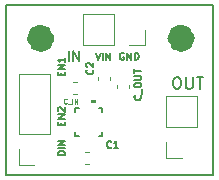
<source format=gto>
%TF.GenerationSoftware,KiCad,Pcbnew,7.0.2*%
%TF.CreationDate,2025-03-07T16:02:18-05:00*%
%TF.ProjectId,2PAM8904,3250414d-3839-4303-942e-6b696361645f,rev?*%
%TF.SameCoordinates,Original*%
%TF.FileFunction,Legend,Top*%
%TF.FilePolarity,Positive*%
%FSLAX46Y46*%
G04 Gerber Fmt 4.6, Leading zero omitted, Abs format (unit mm)*
G04 Created by KiCad (PCBNEW 7.0.2) date 2025-03-07 16:02:18*
%MOMM*%
%LPD*%
G01*
G04 APERTURE LIST*
%ADD10C,0.150000*%
%ADD11C,1.150000*%
%ADD12C,0.100000*%
%ADD13C,0.120000*%
%ADD14C,0.152400*%
G04 APERTURE END LIST*
D10*
X125095000Y-94996000D02*
X125095000Y-80645000D01*
X125095000Y-80645000D02*
X107569000Y-80645000D01*
D11*
X111065000Y-83439000D02*
G75*
G03*
X111065000Y-83439000I-575000J0D01*
G01*
D10*
X107569000Y-80645000D02*
X107569000Y-94996000D01*
D11*
X122952200Y-83439000D02*
G75*
G03*
X122952200Y-83439000I-575000J0D01*
G01*
D10*
X107569000Y-94996000D02*
X125095000Y-94996000D01*
X112231285Y-90771570D02*
X112231285Y-90571570D01*
X112545571Y-90485856D02*
X112545571Y-90771570D01*
X112545571Y-90771570D02*
X111945571Y-90771570D01*
X111945571Y-90771570D02*
X111945571Y-90485856D01*
X112545571Y-90228713D02*
X111945571Y-90228713D01*
X111945571Y-90228713D02*
X112545571Y-89885856D01*
X112545571Y-89885856D02*
X111945571Y-89885856D01*
X112002714Y-89628714D02*
X111974142Y-89600142D01*
X111974142Y-89600142D02*
X111945571Y-89543000D01*
X111945571Y-89543000D02*
X111945571Y-89400142D01*
X111945571Y-89400142D02*
X111974142Y-89343000D01*
X111974142Y-89343000D02*
X112002714Y-89314428D01*
X112002714Y-89314428D02*
X112059857Y-89285857D01*
X112059857Y-89285857D02*
X112117000Y-89285857D01*
X112117000Y-89285857D02*
X112202714Y-89314428D01*
X112202714Y-89314428D02*
X112545571Y-89657285D01*
X112545571Y-89657285D02*
X112545571Y-89285857D01*
X117525857Y-84669142D02*
X117468715Y-84640571D01*
X117468715Y-84640571D02*
X117383000Y-84640571D01*
X117383000Y-84640571D02*
X117297286Y-84669142D01*
X117297286Y-84669142D02*
X117240143Y-84726285D01*
X117240143Y-84726285D02*
X117211572Y-84783428D01*
X117211572Y-84783428D02*
X117183000Y-84897714D01*
X117183000Y-84897714D02*
X117183000Y-84983428D01*
X117183000Y-84983428D02*
X117211572Y-85097714D01*
X117211572Y-85097714D02*
X117240143Y-85154857D01*
X117240143Y-85154857D02*
X117297286Y-85212000D01*
X117297286Y-85212000D02*
X117383000Y-85240571D01*
X117383000Y-85240571D02*
X117440143Y-85240571D01*
X117440143Y-85240571D02*
X117525857Y-85212000D01*
X117525857Y-85212000D02*
X117554429Y-85183428D01*
X117554429Y-85183428D02*
X117554429Y-84983428D01*
X117554429Y-84983428D02*
X117440143Y-84983428D01*
X117811572Y-85240571D02*
X117811572Y-84640571D01*
X117811572Y-84640571D02*
X118154429Y-85240571D01*
X118154429Y-85240571D02*
X118154429Y-84640571D01*
X118440143Y-85240571D02*
X118440143Y-84640571D01*
X118440143Y-84640571D02*
X118583000Y-84640571D01*
X118583000Y-84640571D02*
X118668714Y-84669142D01*
X118668714Y-84669142D02*
X118725857Y-84726285D01*
X118725857Y-84726285D02*
X118754428Y-84783428D01*
X118754428Y-84783428D02*
X118783000Y-84897714D01*
X118783000Y-84897714D02*
X118783000Y-84983428D01*
X118783000Y-84983428D02*
X118754428Y-85097714D01*
X118754428Y-85097714D02*
X118725857Y-85154857D01*
X118725857Y-85154857D02*
X118668714Y-85212000D01*
X118668714Y-85212000D02*
X118583000Y-85240571D01*
X118583000Y-85240571D02*
X118440143Y-85240571D01*
X115166857Y-84640571D02*
X115366857Y-85240571D01*
X115366857Y-85240571D02*
X115566857Y-84640571D01*
X115766858Y-85240571D02*
X115766858Y-84640571D01*
X116052572Y-85240571D02*
X116052572Y-84640571D01*
X116052572Y-84640571D02*
X116395429Y-85240571D01*
X116395429Y-85240571D02*
X116395429Y-84640571D01*
X112545571Y-93324284D02*
X111945571Y-93324284D01*
X111945571Y-93324284D02*
X111945571Y-93181427D01*
X111945571Y-93181427D02*
X111974142Y-93095713D01*
X111974142Y-93095713D02*
X112031285Y-93038570D01*
X112031285Y-93038570D02*
X112088428Y-93009999D01*
X112088428Y-93009999D02*
X112202714Y-92981427D01*
X112202714Y-92981427D02*
X112288428Y-92981427D01*
X112288428Y-92981427D02*
X112402714Y-93009999D01*
X112402714Y-93009999D02*
X112459857Y-93038570D01*
X112459857Y-93038570D02*
X112517000Y-93095713D01*
X112517000Y-93095713D02*
X112545571Y-93181427D01*
X112545571Y-93181427D02*
X112545571Y-93324284D01*
X112545571Y-92724284D02*
X111945571Y-92724284D01*
X112545571Y-92438570D02*
X111945571Y-92438570D01*
X111945571Y-92438570D02*
X112545571Y-92095713D01*
X112545571Y-92095713D02*
X111945571Y-92095713D01*
D12*
%TO.C,C_IN*%
X112696666Y-88919952D02*
X112677618Y-88939000D01*
X112677618Y-88939000D02*
X112620476Y-88958047D01*
X112620476Y-88958047D02*
X112582380Y-88958047D01*
X112582380Y-88958047D02*
X112525237Y-88939000D01*
X112525237Y-88939000D02*
X112487142Y-88900904D01*
X112487142Y-88900904D02*
X112468095Y-88862809D01*
X112468095Y-88862809D02*
X112449047Y-88786619D01*
X112449047Y-88786619D02*
X112449047Y-88729476D01*
X112449047Y-88729476D02*
X112468095Y-88653285D01*
X112468095Y-88653285D02*
X112487142Y-88615190D01*
X112487142Y-88615190D02*
X112525237Y-88577095D01*
X112525237Y-88577095D02*
X112582380Y-88558047D01*
X112582380Y-88558047D02*
X112620476Y-88558047D01*
X112620476Y-88558047D02*
X112677618Y-88577095D01*
X112677618Y-88577095D02*
X112696666Y-88596142D01*
X112772857Y-88996142D02*
X113077618Y-88996142D01*
X113172857Y-88958047D02*
X113172857Y-88558047D01*
X113363333Y-88958047D02*
X113363333Y-88558047D01*
X113363333Y-88558047D02*
X113591904Y-88958047D01*
X113591904Y-88958047D02*
X113591904Y-88558047D01*
D10*
%TO.C,OUT*%
X121936000Y-86711619D02*
X122126476Y-86711619D01*
X122126476Y-86711619D02*
X122221714Y-86759238D01*
X122221714Y-86759238D02*
X122316952Y-86854476D01*
X122316952Y-86854476D02*
X122364571Y-87044952D01*
X122364571Y-87044952D02*
X122364571Y-87378285D01*
X122364571Y-87378285D02*
X122316952Y-87568761D01*
X122316952Y-87568761D02*
X122221714Y-87664000D01*
X122221714Y-87664000D02*
X122126476Y-87711619D01*
X122126476Y-87711619D02*
X121936000Y-87711619D01*
X121936000Y-87711619D02*
X121840762Y-87664000D01*
X121840762Y-87664000D02*
X121745524Y-87568761D01*
X121745524Y-87568761D02*
X121697905Y-87378285D01*
X121697905Y-87378285D02*
X121697905Y-87044952D01*
X121697905Y-87044952D02*
X121745524Y-86854476D01*
X121745524Y-86854476D02*
X121840762Y-86759238D01*
X121840762Y-86759238D02*
X121936000Y-86711619D01*
X122793143Y-86711619D02*
X122793143Y-87521142D01*
X122793143Y-87521142D02*
X122840762Y-87616380D01*
X122840762Y-87616380D02*
X122888381Y-87664000D01*
X122888381Y-87664000D02*
X122983619Y-87711619D01*
X122983619Y-87711619D02*
X123174095Y-87711619D01*
X123174095Y-87711619D02*
X123269333Y-87664000D01*
X123269333Y-87664000D02*
X123316952Y-87616380D01*
X123316952Y-87616380D02*
X123364571Y-87521142D01*
X123364571Y-87521142D02*
X123364571Y-86711619D01*
X123697905Y-86711619D02*
X124269333Y-86711619D01*
X123983619Y-87711619D02*
X123983619Y-86711619D01*
%TO.C,C1*%
X116486000Y-92676428D02*
X116457428Y-92705000D01*
X116457428Y-92705000D02*
X116371714Y-92733571D01*
X116371714Y-92733571D02*
X116314571Y-92733571D01*
X116314571Y-92733571D02*
X116228857Y-92705000D01*
X116228857Y-92705000D02*
X116171714Y-92647857D01*
X116171714Y-92647857D02*
X116143143Y-92590714D01*
X116143143Y-92590714D02*
X116114571Y-92476428D01*
X116114571Y-92476428D02*
X116114571Y-92390714D01*
X116114571Y-92390714D02*
X116143143Y-92276428D01*
X116143143Y-92276428D02*
X116171714Y-92219285D01*
X116171714Y-92219285D02*
X116228857Y-92162142D01*
X116228857Y-92162142D02*
X116314571Y-92133571D01*
X116314571Y-92133571D02*
X116371714Y-92133571D01*
X116371714Y-92133571D02*
X116457428Y-92162142D01*
X116457428Y-92162142D02*
X116486000Y-92190714D01*
X117057428Y-92733571D02*
X116714571Y-92733571D01*
X116886000Y-92733571D02*
X116886000Y-92133571D01*
X116886000Y-92133571D02*
X116828857Y-92219285D01*
X116828857Y-92219285D02*
X116771714Y-92276428D01*
X116771714Y-92276428D02*
X116714571Y-92305000D01*
%TO.C,EN1*%
X112231285Y-86580570D02*
X112231285Y-86380570D01*
X112545571Y-86294856D02*
X112545571Y-86580570D01*
X112545571Y-86580570D02*
X111945571Y-86580570D01*
X111945571Y-86580570D02*
X111945571Y-86294856D01*
X112545571Y-86037713D02*
X111945571Y-86037713D01*
X111945571Y-86037713D02*
X112545571Y-85694856D01*
X112545571Y-85694856D02*
X111945571Y-85694856D01*
X112545571Y-85094857D02*
X112545571Y-85437714D01*
X112545571Y-85266285D02*
X111945571Y-85266285D01*
X111945571Y-85266285D02*
X112031285Y-85323428D01*
X112031285Y-85323428D02*
X112088428Y-85380571D01*
X112088428Y-85380571D02*
X112117000Y-85437714D01*
%TO.C,C_OUT*%
X118965428Y-88275999D02*
X118994000Y-88304571D01*
X118994000Y-88304571D02*
X119022571Y-88390285D01*
X119022571Y-88390285D02*
X119022571Y-88447428D01*
X119022571Y-88447428D02*
X118994000Y-88533142D01*
X118994000Y-88533142D02*
X118936857Y-88590285D01*
X118936857Y-88590285D02*
X118879714Y-88618856D01*
X118879714Y-88618856D02*
X118765428Y-88647428D01*
X118765428Y-88647428D02*
X118679714Y-88647428D01*
X118679714Y-88647428D02*
X118565428Y-88618856D01*
X118565428Y-88618856D02*
X118508285Y-88590285D01*
X118508285Y-88590285D02*
X118451142Y-88533142D01*
X118451142Y-88533142D02*
X118422571Y-88447428D01*
X118422571Y-88447428D02*
X118422571Y-88390285D01*
X118422571Y-88390285D02*
X118451142Y-88304571D01*
X118451142Y-88304571D02*
X118479714Y-88275999D01*
X119079714Y-88161714D02*
X119079714Y-87704571D01*
X118422571Y-87447428D02*
X118422571Y-87333142D01*
X118422571Y-87333142D02*
X118451142Y-87275999D01*
X118451142Y-87275999D02*
X118508285Y-87218856D01*
X118508285Y-87218856D02*
X118622571Y-87190285D01*
X118622571Y-87190285D02*
X118822571Y-87190285D01*
X118822571Y-87190285D02*
X118936857Y-87218856D01*
X118936857Y-87218856D02*
X118994000Y-87275999D01*
X118994000Y-87275999D02*
X119022571Y-87333142D01*
X119022571Y-87333142D02*
X119022571Y-87447428D01*
X119022571Y-87447428D02*
X118994000Y-87504571D01*
X118994000Y-87504571D02*
X118936857Y-87561713D01*
X118936857Y-87561713D02*
X118822571Y-87590285D01*
X118822571Y-87590285D02*
X118622571Y-87590285D01*
X118622571Y-87590285D02*
X118508285Y-87561713D01*
X118508285Y-87561713D02*
X118451142Y-87504571D01*
X118451142Y-87504571D02*
X118422571Y-87447428D01*
X118422571Y-86933142D02*
X118908285Y-86933142D01*
X118908285Y-86933142D02*
X118965428Y-86904571D01*
X118965428Y-86904571D02*
X118994000Y-86876000D01*
X118994000Y-86876000D02*
X119022571Y-86818857D01*
X119022571Y-86818857D02*
X119022571Y-86704571D01*
X119022571Y-86704571D02*
X118994000Y-86647428D01*
X118994000Y-86647428D02*
X118965428Y-86618857D01*
X118965428Y-86618857D02*
X118908285Y-86590285D01*
X118908285Y-86590285D02*
X118422571Y-86590285D01*
X118422571Y-86390286D02*
X118422571Y-86047429D01*
X119022571Y-86218857D02*
X118422571Y-86218857D01*
%TO.C,IN*%
X112864953Y-85333095D02*
X112864953Y-84533095D01*
X113245905Y-85333095D02*
X113245905Y-84533095D01*
X113245905Y-84533095D02*
X113703048Y-85333095D01*
X113703048Y-85333095D02*
X113703048Y-84533095D01*
%TO.C,C2*%
X114901428Y-86078999D02*
X114930000Y-86107571D01*
X114930000Y-86107571D02*
X114958571Y-86193285D01*
X114958571Y-86193285D02*
X114958571Y-86250428D01*
X114958571Y-86250428D02*
X114930000Y-86336142D01*
X114930000Y-86336142D02*
X114872857Y-86393285D01*
X114872857Y-86393285D02*
X114815714Y-86421856D01*
X114815714Y-86421856D02*
X114701428Y-86450428D01*
X114701428Y-86450428D02*
X114615714Y-86450428D01*
X114615714Y-86450428D02*
X114501428Y-86421856D01*
X114501428Y-86421856D02*
X114444285Y-86393285D01*
X114444285Y-86393285D02*
X114387142Y-86336142D01*
X114387142Y-86336142D02*
X114358571Y-86250428D01*
X114358571Y-86250428D02*
X114358571Y-86193285D01*
X114358571Y-86193285D02*
X114387142Y-86107571D01*
X114387142Y-86107571D02*
X114415714Y-86078999D01*
X114415714Y-85850428D02*
X114387142Y-85821856D01*
X114387142Y-85821856D02*
X114358571Y-85764714D01*
X114358571Y-85764714D02*
X114358571Y-85621856D01*
X114358571Y-85621856D02*
X114387142Y-85564714D01*
X114387142Y-85564714D02*
X114415714Y-85536142D01*
X114415714Y-85536142D02*
X114472857Y-85507571D01*
X114472857Y-85507571D02*
X114530000Y-85507571D01*
X114530000Y-85507571D02*
X114615714Y-85536142D01*
X114615714Y-85536142D02*
X114958571Y-85878999D01*
X114958571Y-85878999D02*
X114958571Y-85507571D01*
D13*
%TO.C,C_IN*%
X113270420Y-87120000D02*
X113551580Y-87120000D01*
X113270420Y-88140000D02*
X113551580Y-88140000D01*
%TO.C,OUT*%
X123758000Y-90932000D02*
X123758000Y-88332000D01*
X123758000Y-90932000D02*
X121098000Y-90932000D01*
X123758000Y-88332000D02*
X121098000Y-88332000D01*
X122428000Y-93532000D02*
X121098000Y-93532000D01*
X121098000Y-93532000D02*
X121098000Y-92202000D01*
X121098000Y-90932000D02*
X121098000Y-88332000D01*
%TO.C,C1*%
X114286420Y-93089000D02*
X114567580Y-93089000D01*
X114286420Y-94109000D02*
X114567580Y-94109000D01*
%TO.C,EN1*%
X111287000Y-91567000D02*
X111287000Y-86427000D01*
X111287000Y-91567000D02*
X108627000Y-91567000D01*
X111287000Y-86427000D02*
X108627000Y-86427000D01*
X109957000Y-94167000D02*
X108627000Y-94167000D01*
X108627000Y-94167000D02*
X108627000Y-92837000D01*
X108627000Y-91567000D02*
X108627000Y-86427000D01*
%TO.C,C_OUT*%
X116965000Y-87630580D02*
X116965000Y-87349420D01*
X117985000Y-87630580D02*
X117985000Y-87349420D01*
D14*
%TO.C,PAM8904EGPR1*%
X113411000Y-89376301D02*
X113411000Y-89697662D01*
X113411000Y-91366340D02*
X113411000Y-91687701D01*
X113411000Y-91687701D02*
X113732361Y-91687701D01*
X113732361Y-89376301D02*
X113411000Y-89376301D01*
X115401039Y-91687701D02*
X115722400Y-91687701D01*
X115722400Y-89376301D02*
X115401039Y-89376301D01*
X115722400Y-89697662D02*
X115722400Y-89376301D01*
X115722400Y-91687701D02*
X115722400Y-91366340D01*
G36*
X115157199Y-88944501D02*
G01*
X114776199Y-88944501D01*
X114776199Y-88690501D01*
X115157199Y-88690501D01*
X115157199Y-88944501D01*
G37*
D13*
%TO.C,IN*%
X116693000Y-81372000D02*
X114093000Y-81372000D01*
X116693000Y-81372000D02*
X116693000Y-84032000D01*
X114093000Y-81372000D02*
X114093000Y-84032000D01*
X119293000Y-82702000D02*
X119293000Y-84032000D01*
X119293000Y-84032000D02*
X117963000Y-84032000D01*
X116693000Y-84032000D02*
X114093000Y-84032000D01*
%TO.C,C2*%
X116334000Y-86727420D02*
X116334000Y-87008580D01*
X115314000Y-86727420D02*
X115314000Y-87008580D01*
%TD*%
M02*

</source>
